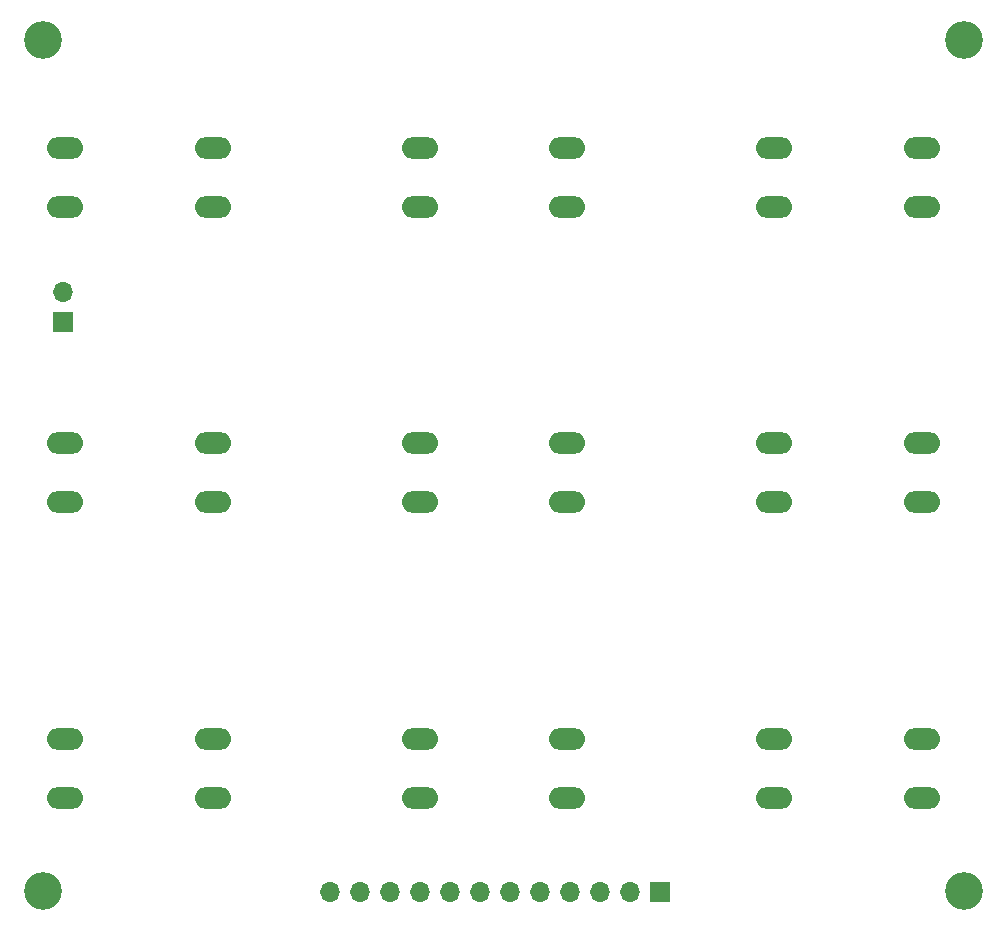
<source format=gts>
G04 #@! TF.GenerationSoftware,KiCad,Pcbnew,7.0.10*
G04 #@! TF.CreationDate,2025-01-18T09:13:02-08:00*
G04 #@! TF.ProjectId,buttonBoard,62757474-6f6e-4426-9f61-72642e6b6963,rev?*
G04 #@! TF.SameCoordinates,Original*
G04 #@! TF.FileFunction,Soldermask,Top*
G04 #@! TF.FilePolarity,Negative*
%FSLAX46Y46*%
G04 Gerber Fmt 4.6, Leading zero omitted, Abs format (unit mm)*
G04 Created by KiCad (PCBNEW 7.0.10) date 2025-01-18 09:13:02*
%MOMM*%
%LPD*%
G01*
G04 APERTURE LIST*
%ADD10C,3.200000*%
%ADD11O,3.048000X1.850000*%
%ADD12R,1.700000X1.700000*%
%ADD13O,1.700000X1.700000*%
G04 APERTURE END LIST*
D10*
X121000000Y-44000000D03*
D11*
X122900000Y-78100000D03*
X135400000Y-78100000D03*
X122900000Y-83100000D03*
X135400000Y-83100000D03*
D10*
X121000000Y-116000000D03*
X199000000Y-116000000D03*
D12*
X122700000Y-67810000D03*
D13*
X122700000Y-65270000D03*
D10*
X199000000Y-44000000D03*
D11*
X152900000Y-103100000D03*
X165400000Y-103100000D03*
X152900000Y-108100000D03*
X165400000Y-108100000D03*
X122900000Y-103100000D03*
X135400000Y-103100000D03*
X122900000Y-108100000D03*
X135400000Y-108100000D03*
X182900000Y-78100000D03*
X195400000Y-78100000D03*
X182900000Y-83100000D03*
X195400000Y-83100000D03*
X182900000Y-103100000D03*
X195400000Y-103100000D03*
X182900000Y-108100000D03*
X195400000Y-108100000D03*
X122900000Y-53100000D03*
X135400000Y-53100000D03*
X122900000Y-58100000D03*
X135400000Y-58100000D03*
X152900000Y-78100000D03*
X165400000Y-78100000D03*
X152900000Y-83100000D03*
X165400000Y-83100000D03*
X182900000Y-53100000D03*
X195400000Y-53100000D03*
X182900000Y-58100000D03*
X195400000Y-58100000D03*
X152900000Y-53100000D03*
X165400000Y-53100000D03*
X152900000Y-58100000D03*
X165400000Y-58100000D03*
D12*
X173285000Y-116115000D03*
D13*
X170745000Y-116115000D03*
X168205000Y-116115000D03*
X165665000Y-116115000D03*
X163125000Y-116115000D03*
X160585000Y-116115000D03*
X158045000Y-116115000D03*
X155505000Y-116115000D03*
X152965000Y-116115000D03*
X150425000Y-116115000D03*
X147885000Y-116115000D03*
X145345000Y-116115000D03*
M02*

</source>
